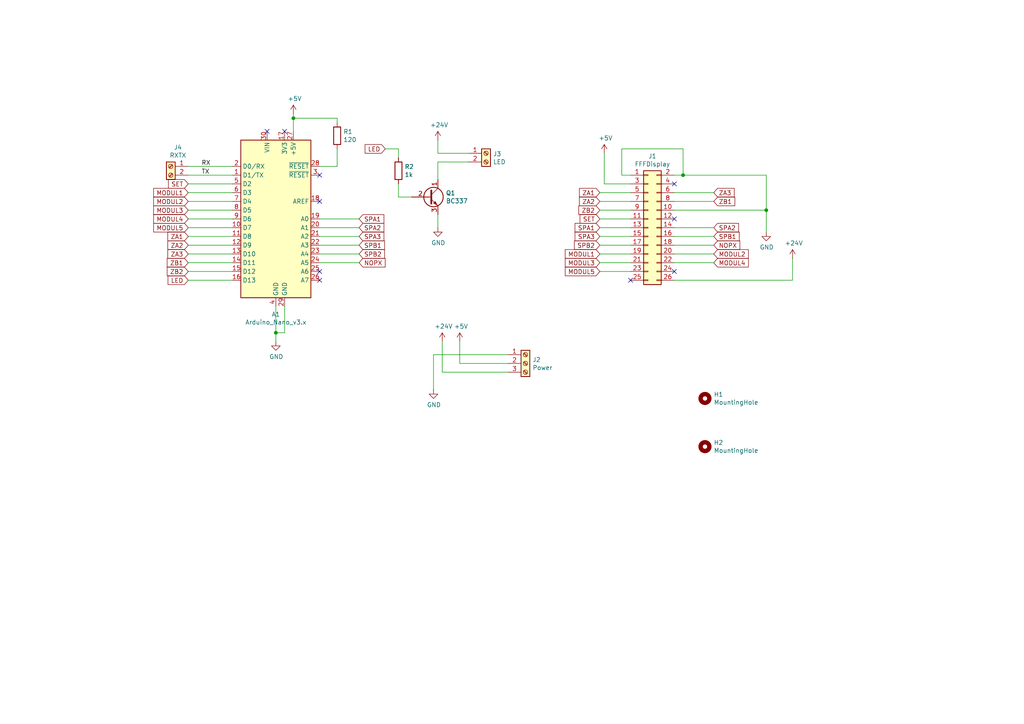
<source format=kicad_sch>
(kicad_sch (version 20231120) (generator "eeschema") (generator_version "8.0")
  (paper "A4")
  (lib_symbols
    (symbol "Connector:Screw_Terminal_01x02" (pin_names (offset 1.016) hide)
      (property "Reference" "J" (at 0 2.54 0))
      (property "Value" "Screw_Terminal_01x02" (at 0 -5.08 0))
      (symbol "Screw_Terminal_01x02_1_1"
        (rectangle (start -1.27 1.27) (end 1.27 -3.81) (stroke (width 0.254)) (fill (type background)))
        (circle (center 0 -2.54) (radius 0.635) (stroke (width 0.1524)))
        (polyline (pts (xy -0.5334 -2.2098) (xy 0.3302 -3.048)) (stroke (width 0.1524)))
        (polyline (pts (xy -0.5334 0.3302) (xy 0.3302 -0.508)) (stroke (width 0.1524)))
        (polyline (pts (xy -0.3556 -2.032) (xy 0.508 -2.8702)) (stroke (width 0.1524)))
        (polyline (pts (xy -0.3556 0.508) (xy 0.508 -0.3302)) (stroke (width 0.1524)))
        (circle (center 0 0) (radius 0.635) (stroke (width 0.1524)))
        (pin passive line (at -5.08 0 0) (length 3.81) (name "Pin_1") (number "1"))
        (pin passive line (at -5.08 -2.54 0) (length 3.81) (name "Pin_2") (number "2"))
      )
    )
    (symbol "Connector:Screw_Terminal_01x03" (pin_names (offset 1.016) hide)
      (property "Reference" "J" (at 0 5.08 0))
      (property "Value" "Screw_Terminal_01x03" (at 0 -5.08 0))
      (symbol "Screw_Terminal_01x03_1_1"
        (rectangle (start -1.27 3.81) (end 1.27 -3.81) (stroke (width 0.254)) (fill (type background)))
        (circle (center 0 -2.54) (radius 0.635) (stroke (width 0.1524)))
        (polyline (pts (xy -0.5334 -2.2098) (xy 0.3302 -3.048)) (stroke (width 0.1524)))
        (polyline (pts (xy -0.5334 0.3302) (xy 0.3302 -0.508)) (stroke (width 0.1524)))
        (polyline (pts (xy -0.5334 2.8702) (xy 0.3302 2.032)) (stroke (width 0.1524)))
        (polyline (pts (xy -0.3556 -2.032) (xy 0.508 -2.8702)) (stroke (width 0.1524)))
        (polyline (pts (xy -0.3556 0.508) (xy 0.508 -0.3302)) (stroke (width 0.1524)))
        (polyline (pts (xy -0.3556 3.048) (xy 0.508 2.2098)) (stroke (width 0.1524)))
        (circle (center 0 0) (radius 0.635) (stroke (width 0.1524)))
        (circle (center 0 2.54) (radius 0.635) (stroke (width 0.1524)))
        (pin passive line (at -5.08 2.54 0) (length 3.81) (name "Pin_1") (number "1"))
        (pin passive line (at -5.08 0 0) (length 3.81) (name "Pin_2") (number "2"))
        (pin passive line (at -5.08 -2.54 0) (length 3.81) (name "Pin_3") (number "3"))
      )
    )
    (symbol "Connector_Generic:Conn_02x13_Odd_Even" (pin_names (offset 1.016) hide)
      (property "Reference" "J" (at 1.27 17.78 0))
      (property "Value" "Conn_02x13_Odd_Even" (at 1.27 -17.78 0))
      (symbol "Conn_02x13_Odd_Even_1_1"
        (rectangle (start -1.27 -15.113) (end 0 -15.367) (stroke (width 0.1524)))
        (rectangle (start -1.27 -12.573) (end 0 -12.827) (stroke (width 0.1524)))
        (rectangle (start -1.27 -10.033) (end 0 -10.287) (stroke (width 0.1524)))
        (rectangle (start -1.27 -7.493) (end 0 -7.747) (stroke (width 0.1524)))
        (rectangle (start -1.27 -4.953) (end 0 -5.207) (stroke (width 0.1524)))
        (rectangle (start -1.27 -2.413) (end 0 -2.667) (stroke (width 0.1524)))
        (rectangle (start -1.27 0.127) (end 0 -0.127) (stroke (width 0.1524)))
        (rectangle (start -1.27 2.667) (end 0 2.413) (stroke (width 0.1524)))
        (rectangle (start -1.27 5.207) (end 0 4.953) (stroke (width 0.1524)))
        (rectangle (start -1.27 7.747) (end 0 7.493) (stroke (width 0.1524)))
        (rectangle (start -1.27 10.287) (end 0 10.033) (stroke (width 0.1524)))
        (rectangle (start -1.27 12.827) (end 0 12.573) (stroke (width 0.1524)))
        (rectangle (start -1.27 15.367) (end 0 15.113) (stroke (width 0.1524)))
        (rectangle (start -1.27 16.51) (end 3.81 -16.51) (stroke (width 0.254)) (fill (type background)))
        (rectangle (start 3.81 -15.113) (end 2.54 -15.367) (stroke (width 0.1524)))
        (rectangle (start 3.81 -12.573) (end 2.54 -12.827) (stroke (width 0.1524)))
        (rectangle (start 3.81 -10.033) (end 2.54 -10.287) (stroke (width 0.1524)))
        (rectangle (start 3.81 -7.493) (end 2.54 -7.747) (stroke (width 0.1524)))
        (rectangle (start 3.81 -4.953) (end 2.54 -5.207) (stroke (width 0.1524)))
        (rectangle (start 3.81 -2.413) (end 2.54 -2.667) (stroke (width 0.1524)))
        (rectangle (start 3.81 0.127) (end 2.54 -0.127) (stroke (width 0.1524)))
        (rectangle (start 3.81 2.667) (end 2.54 2.413) (stroke (width 0.1524)))
        (rectangle (start 3.81 5.207) (end 2.54 4.953) (stroke (width 0.1524)))
        (rectangle (start 3.81 7.747) (end 2.54 7.493) (stroke (width 0.1524)))
        (rectangle (start 3.81 10.287) (end 2.54 10.033) (stroke (width 0.1524)))
        (rectangle (start 3.81 12.827) (end 2.54 12.573) (stroke (width 0.1524)))
        (rectangle (start 3.81 15.367) (end 2.54 15.113) (stroke (width 0.1524)))
        (pin passive line (at -5.08 15.24 0) (length 3.81) (name "Pin_1") (number "1"))
        (pin passive line (at 7.62 5.08 180) (length 3.81) (name "Pin_10") (number "10"))
        (pin passive line (at -5.08 2.54 0) (length 3.81) (name "Pin_11") (number "11"))
        (pin passive line (at 7.62 2.54 180) (length 3.81) (name "Pin_12") (number "12"))
        (pin passive line (at -5.08 0 0) (length 3.81) (name "Pin_13") (number "13"))
        (pin passive line (at 7.62 0 180) (length 3.81) (name "Pin_14") (number "14"))
        (pin passive line (at -5.08 -2.54 0) (length 3.81) (name "Pin_15") (number "15"))
        (pin passive line (at 7.62 -2.54 180) (length 3.81) (name "Pin_16") (number "16"))
        (pin passive line (at -5.08 -5.08 0) (length 3.81) (name "Pin_17") (number "17"))
        (pin passive line (at 7.62 -5.08 180) (length 3.81) (name "Pin_18") (number "18"))
        (pin passive line (at -5.08 -7.62 0) (length 3.81) (name "Pin_19") (number "19"))
        (pin passive line (at 7.62 15.24 180) (length 3.81) (name "Pin_2") (number "2"))
        (pin passive line (at 7.62 -7.62 180) (length 3.81) (name "Pin_20") (number "20"))
        (pin passive line (at -5.08 -10.16 0) (length 3.81) (name "Pin_21") (number "21"))
        (pin passive line (at 7.62 -10.16 180) (length 3.81) (name "Pin_22") (number "22"))
        (pin passive line (at -5.08 -12.7 0) (length 3.81) (name "Pin_23") (number "23"))
        (pin passive line (at 7.62 -12.7 180) (length 3.81) (name "Pin_24") (number "24"))
        (pin passive line (at -5.08 -15.24 0) (length 3.81) (name "Pin_25") (number "25"))
        (pin passive line (at 7.62 -15.24 180) (length 3.81) (name "Pin_26") (number "26"))
        (pin passive line (at -5.08 12.7 0) (length 3.81) (name "Pin_3") (number "3"))
        (pin passive line (at 7.62 12.7 180) (length 3.81) (name "Pin_4") (number "4"))
        (pin passive line (at -5.08 10.16 0) (length 3.81) (name "Pin_5") (number "5"))
        (pin passive line (at 7.62 10.16 180) (length 3.81) (name "Pin_6") (number "6"))
        (pin passive line (at -5.08 7.62 0) (length 3.81) (name "Pin_7") (number "7"))
        (pin passive line (at 7.62 7.62 180) (length 3.81) (name "Pin_8") (number "8"))
        (pin passive line (at -5.08 5.08 0) (length 3.81) (name "Pin_9") (number "9"))
      )
    )
    (symbol "Device:R" (pin_numbers hide) (pin_names (offset 0))
      (property "Reference" "R" (at 2.032 0 90))
      (property "Value" "R" (at 0 0 90))
      (symbol "R_0_1"
        (rectangle (start -1.016 -2.54) (end 1.016 2.54) (stroke (width 0.254)))
      )
      (symbol "R_1_1"
        (pin passive line (at 0 3.81 270) (length 1.27) (name "~") (number "1"))
        (pin passive line (at 0 -3.81 90) (length 1.27) (name "~") (number "2"))
      )
    )
    (symbol "MCU_Module:Arduino_Nano_v3.x"
      (property "Reference" "A" (at -10.16 23.495 0))
      (property "Value" "Arduino_Nano_v3.x" (at 5.08 -24.13 0))
      (symbol "Arduino_Nano_v3.x_0_1"
        (rectangle (start -10.16 22.86) (end 10.16 -22.86) (stroke (width 0.254)) (fill (type background)))
      )
      (symbol "Arduino_Nano_v3.x_1_1"
        (pin bidirectional line (at -12.7 12.7 0) (length 2.54) (name "D1/TX") (number "1"))
        (pin bidirectional line (at -12.7 -2.54 0) (length 2.54) (name "D7") (number "10"))
        (pin bidirectional line (at -12.7 -5.08 0) (length 2.54) (name "D8") (number "11"))
        (pin bidirectional line (at -12.7 -7.62 0) (length 2.54) (name "D9") (number "12"))
        (pin bidirectional line (at -12.7 -10.16 0) (length 2.54) (name "D10") (number "13"))
        (pin bidirectional line (at -12.7 -12.7 0) (length 2.54) (name "D11") (number "14"))
        (pin bidirectional line (at -12.7 -15.24 0) (length 2.54) (name "D12") (number "15"))
        (pin bidirectional line (at -12.7 -17.78 0) (length 2.54) (name "D13") (number "16"))
        (pin power_out line (at 2.54 25.4 270) (length 2.54) (name "3V3") (number "17"))
        (pin input line (at 12.7 5.08 180) (length 2.54) (name "AREF") (number "18"))
        (pin bidirectional line (at 12.7 0 180) (length 2.54) (name "A0") (number "19"))
        (pin bidirectional line (at -12.7 15.24 0) (length 2.54) (name "D0/RX") (number "2"))
        (pin bidirectional line (at 12.7 -2.54 180) (length 2.54) (name "A1") (number "20"))
        (pin bidirectional line (at 12.7 -5.08 180) (length 2.54) (name "A2") (number "21"))
        (pin bidirectional line (at 12.7 -7.62 180) (length 2.54) (name "A3") (number "22"))
        (pin bidirectional line (at 12.7 -10.16 180) (length 2.54) (name "A4") (number "23"))
        (pin bidirectional line (at 12.7 -12.7 180) (length 2.54) (name "A5") (number "24"))
        (pin bidirectional line (at 12.7 -15.24 180) (length 2.54) (name "A6") (number "25"))
        (pin bidirectional line (at 12.7 -17.78 180) (length 2.54) (name "A7") (number "26"))
        (pin power_out line (at 5.08 25.4 270) (length 2.54) (name "+5V") (number "27"))
        (pin input line (at 12.7 15.24 180) (length 2.54) (name "~{RESET}") (number "28"))
        (pin power_in line (at 2.54 -25.4 90) (length 2.54) (name "GND") (number "29"))
        (pin input line (at 12.7 12.7 180) (length 2.54) (name "~{RESET}") (number "3"))
        (pin power_in line (at -2.54 25.4 270) (length 2.54) (name "VIN") (number "30"))
        (pin power_in line (at 0 -25.4 90) (length 2.54) (name "GND") (number "4"))
        (pin bidirectional line (at -12.7 10.16 0) (length 2.54) (name "D2") (number "5"))
        (pin bidirectional line (at -12.7 7.62 0) (length 2.54) (name "D3") (number "6"))
        (pin bidirectional line (at -12.7 5.08 0) (length 2.54) (name "D4") (number "7"))
        (pin bidirectional line (at -12.7 2.54 0) (length 2.54) (name "D5") (number "8"))
        (pin bidirectional line (at -12.7 0 0) (length 2.54) (name "D6") (number "9"))
      )
    )
    (symbol "Mechanical:MountingHole" (pin_names (offset 1.016)) (exclude_from_sim yes) (in_bom no)
      (property "Reference" "H" (at 0 5.08 0))
      (property "Value" "MountingHole" (at 0 3.175 0))
      (symbol "MountingHole_0_1"
        (circle (center 0 0) (radius 1.27) (stroke (width 1.27)))
      )
    )
    (symbol "Transistor_BJT:BC337" (pin_names (offset 0) hide)
      (property "Reference" "Q" (at 5.08 1.905 0))
      (property "Value" "BC337" (at 5.08 0 0))
      (symbol "BC337_0_1"
        (polyline (pts (xy 0 0) (xy 0.635 0)))
        (polyline (pts (xy 0.635 0.635) (xy 2.54 2.54)))
        (polyline (pts (xy 0.635 -0.635) (xy 2.54 -2.54) (xy 2.54 -2.54)))
        (polyline (pts (xy 0.635 1.905) (xy 0.635 -1.905) (xy 0.635 -1.905)) (stroke (width 0.508)))
        (polyline (pts (xy 1.27 -1.778) (xy 1.778 -1.27) (xy 2.286 -2.286) (xy 1.27 -1.778) (xy 1.27 -1.778)) (fill (type outline)))
        (circle (center 1.27 0) (radius 2.8194) (stroke (width 0.254)))
      )
      (symbol "BC337_1_1"
        (pin passive line (at 2.54 5.08 270) (length 2.54) (name "C") (number "1"))
        (pin input line (at -5.08 0 0) (length 5.08) (name "B") (number "2"))
        (pin passive line (at 2.54 -5.08 90) (length 2.54) (name "E") (number "3"))
      )
    )
    (symbol "power:+24V" (power) (pin_numbers hide) (pin_names (offset 0) hide)
      (property "Value" "+24V" (at 0 3.556 0))
      (symbol "+24V_0_1"
        (polyline (pts (xy -0.762 1.27) (xy 0 2.54)))
        (polyline (pts (xy 0 0) (xy 0 2.54)))
        (polyline (pts (xy 0 2.54) (xy 0.762 1.27)))
      )
      (symbol "+24V_1_1"
        (pin power_in line (at 0 0 90) (length 0) (name "~") (number "1"))
      )
    )
    (symbol "power:+5V" (power) (pin_numbers hide) (pin_names (offset 0) hide)
      (property "Value" "+5V" (at 0 3.556 0))
      (symbol "+5V_0_1"
        (polyline (pts (xy -0.762 1.27) (xy 0 2.54)))
        (polyline (pts (xy 0 0) (xy 0 2.54)))
        (polyline (pts (xy 0 2.54) (xy 0.762 1.27)))
      )
      (symbol "+5V_1_1"
        (pin power_in line (at 0 0 90) (length 0) (name "~") (number "1"))
      )
    )
    (symbol "power:GND" (power) (pin_numbers hide) (pin_names (offset 0) hide)
      (property "Value" "GND" (at 0 -3.81 0))
      (symbol "GND_0_1"
        (polyline (pts (xy 0 0) (xy 0 -1.27) (xy 1.27 -1.27) (xy 0 -2.54) (xy -1.27 -1.27) (xy 0 -1.27)))
      )
      (symbol "GND_1_1"
        (pin power_in line (at 0 0 270) (length 0) (name "~") (number "1"))
      )
    )
  )
  (junction (at 80.01 96.52))
  (junction (at 198.12 50.8))
  (junction (at 222.25 60.96))
  (junction (at 85.09 34.29))
  (no_connect (at 82.55 38.1))
  (no_connect (at 195.58 78.74))
  (no_connect (at 77.47 38.1))
  (no_connect (at 92.71 81.28))
  (no_connect (at 92.71 58.42))
  (no_connect (at 195.58 63.5))
  (no_connect (at 182.88 81.28))
  (no_connect (at 195.58 53.34))
  (no_connect (at 92.71 78.74))
  (no_connect (at 92.71 50.8))
  (wire (pts (xy 127 62.23) (xy 127 66.04)))
  (wire (pts (xy 97.79 34.29) (xy 85.09 34.29)))
  (wire (pts (xy 67.31 58.42) (xy 54.61 58.42)))
  (wire (pts (xy 54.61 50.8) (xy 67.31 50.8)))
  (wire (pts (xy 67.31 76.2) (xy 54.61 76.2)))
  (wire (pts (xy 128.27 107.95) (xy 128.27 99.06)))
  (wire (pts (xy 85.09 34.29) (xy 85.09 33.02)))
  (wire (pts (xy 104.14 68.58) (xy 92.71 68.58)))
  (wire (pts (xy 229.87 74.93) (xy 229.87 81.28)))
  (wire (pts (xy 173.99 71.12) (xy 182.88 71.12)))
  (wire (pts (xy 182.88 73.66) (xy 173.99 73.66)))
  (wire (pts (xy 92.71 73.66) (xy 104.14 73.66)))
  (wire (pts (xy 128.27 107.95) (xy 147.32 107.95)))
  (wire (pts (xy 67.31 53.34) (xy 54.61 53.34)))
  (wire (pts (xy 207.01 73.66) (xy 195.58 73.66)))
  (wire (pts (xy 195.58 60.96) (xy 222.25 60.96)))
  (wire (pts (xy 67.31 60.96) (xy 54.61 60.96)))
  (wire (pts (xy 115.57 53.34) (xy 115.57 57.15)))
  (wire (pts (xy 67.31 66.04) (xy 54.61 66.04)))
  (wire (pts (xy 82.55 88.9) (xy 82.55 96.52)))
  (wire (pts (xy 182.88 63.5) (xy 173.99 63.5)))
  (wire (pts (xy 182.88 58.42) (xy 173.99 58.42)))
  (wire (pts (xy 97.79 43.18) (xy 97.79 48.26)))
  (wire (pts (xy 80.01 96.52) (xy 80.01 88.9)))
  (wire (pts (xy 67.31 48.26) (xy 54.61 48.26)))
  (wire (pts (xy 67.31 78.74) (xy 54.61 78.74)))
  (wire (pts (xy 67.31 73.66) (xy 54.61 73.66)))
  (wire (pts (xy 173.99 55.88) (xy 182.88 55.88)))
  (wire (pts (xy 67.31 68.58) (xy 54.61 68.58)))
  (wire (pts (xy 104.14 66.04) (xy 92.71 66.04)))
  (wire (pts (xy 67.31 71.12) (xy 54.61 71.12)))
  (wire (pts (xy 104.14 76.2) (xy 92.71 76.2)))
  (wire (pts (xy 115.57 43.18) (xy 115.57 45.72)))
  (wire (pts (xy 222.25 60.96) (xy 222.25 67.31)))
  (wire (pts (xy 67.31 81.28) (xy 54.61 81.28)))
  (wire (pts (xy 207.01 76.2) (xy 195.58 76.2)))
  (wire (pts (xy 104.14 63.5) (xy 92.71 63.5)))
  (wire (pts (xy 182.88 78.74) (xy 173.99 78.74)))
  (wire (pts (xy 222.25 50.8) (xy 222.25 60.96)))
  (wire (pts (xy 195.58 58.42) (xy 207.01 58.42)))
  (wire (pts (xy 111.76 43.18) (xy 115.57 43.18)))
  (wire (pts (xy 125.73 102.87) (xy 125.73 113.03)))
  (wire (pts (xy 127 44.45) (xy 135.89 44.45)))
  (wire (pts (xy 127 46.99) (xy 135.89 46.99)))
  (wire (pts (xy 67.31 55.88) (xy 54.61 55.88)))
  (wire (pts (xy 97.79 35.56) (xy 97.79 34.29)))
  (wire (pts (xy 82.55 96.52) (xy 80.01 96.52)))
  (wire (pts (xy 173.99 60.96) (xy 182.88 60.96)))
  (wire (pts (xy 180.34 43.18) (xy 198.12 43.18)))
  (wire (pts (xy 97.79 48.26) (xy 92.71 48.26)))
  (wire (pts (xy 229.87 81.28) (xy 195.58 81.28)))
  (wire (pts (xy 207.01 66.04) (xy 195.58 66.04)))
  (wire (pts (xy 198.12 50.8) (xy 222.25 50.8)))
  (wire (pts (xy 173.99 76.2) (xy 182.88 76.2)))
  (wire (pts (xy 80.01 99.06) (xy 80.01 96.52)))
  (wire (pts (xy 173.99 66.04) (xy 182.88 66.04)))
  (wire (pts (xy 127 52.07) (xy 127 46.99)))
  (wire (pts (xy 147.32 105.41) (xy 133.35 105.41)))
  (wire (pts (xy 182.88 68.58) (xy 173.99 68.58)))
  (wire (pts (xy 198.12 43.18) (xy 198.12 50.8)))
  (wire (pts (xy 180.34 50.8) (xy 180.34 43.18)))
  (wire (pts (xy 67.31 63.5) (xy 54.61 63.5)))
  (wire (pts (xy 182.88 50.8) (xy 180.34 50.8)))
  (wire (pts (xy 207.01 68.58) (xy 195.58 68.58)))
  (wire (pts (xy 125.73 102.87) (xy 147.32 102.87)))
  (wire (pts (xy 207.01 55.88) (xy 195.58 55.88)))
  (wire (pts (xy 127 40.64) (xy 127 44.45)))
  (wire (pts (xy 198.12 50.8) (xy 195.58 50.8)))
  (wire (pts (xy 92.71 71.12) (xy 104.14 71.12)))
  (wire (pts (xy 207.01 71.12) (xy 195.58 71.12)))
  (wire (pts (xy 115.57 57.15) (xy 119.38 57.15)))
  (wire (pts (xy 175.26 53.34) (xy 182.88 53.34)))
  (wire (pts (xy 85.09 38.1) (xy 85.09 34.29)))
  (wire (pts (xy 175.26 44.45) (xy 175.26 53.34)))
  (wire (pts (xy 133.35 105.41) (xy 133.35 99.06)))
  (label "TX" (at 58.42 50.8 0))
  (label "RX" (at 58.42 48.26 0))
  (global_label "MODUL1" (shape input) (at 54.61 55.88 180) (property "Intersheetrefs" "${INTERSHEET_REFS}" (effects (hide yes))))
  (global_label "ZA1" (shape input) (at 173.99 55.88 180) (property "Intersheetrefs" "${INTERSHEET_REFS}" (effects (hide yes))))
  (global_label "MODUL3" (shape input) (at 54.61 60.96 180) (property "Intersheetrefs" "${INTERSHEET_REFS}" (effects (hide yes))))
  (global_label "SPA2" (shape input) (at 104.14 66.04 0) (property "Intersheetrefs" "${INTERSHEET_REFS}" (effects (hide yes))))
  (global_label "SPA1" (shape input) (at 104.14 63.5 0) (property "Intersheetrefs" "${INTERSHEET_REFS}" (effects (hide yes))))
  (global_label "MODUL1" (shape input) (at 173.99 73.66 180) (property "Intersheetrefs" "${INTERSHEET_REFS}" (effects (hide yes))))
  (global_label "MODUL2" (shape input) (at 207.01 73.66 0) (property "Intersheetrefs" "${INTERSHEET_REFS}" (effects (hide yes))))
  (global_label "NOPX" (shape input) (at 207.01 71.12 0) (property "Intersheetrefs" "${INTERSHEET_REFS}" (effects (hide yes))))
  (global_label "SET" (shape input) (at 54.61 53.34 180) (property "Intersheetrefs" "${INTERSHEET_REFS}" (effects (hide yes))))
  (global_label "SPB1" (shape input) (at 104.14 71.12 0) (property "Intersheetrefs" "${INTERSHEET_REFS}" (effects (hide yes))))
  (global_label "ZA3" (shape input) (at 207.01 55.88 0) (property "Intersheetrefs" "${INTERSHEET_REFS}" (effects (hide yes))))
  (global_label "LED" (shape input) (at 111.76 43.18 180) (property "Intersheetrefs" "${INTERSHEET_REFS}" (effects (hide yes))))
  (global_label "ZB1" (shape input) (at 54.61 76.2 180) (property "Intersheetrefs" "${INTERSHEET_REFS}" (effects (hide yes))))
  (global_label "ZA3" (shape input) (at 54.61 73.66 180) (property "Intersheetrefs" "${INTERSHEET_REFS}" (effects (hide yes))))
  (global_label "ZA2" (shape input) (at 54.61 71.12 180) (property "Intersheetrefs" "${INTERSHEET_REFS}" (effects (hide yes))))
  (global_label "ZB2" (shape input) (at 173.99 60.96 180) (property "Intersheetrefs" "${INTERSHEET_REFS}" (effects (hide yes))))
  (global_label "SPA1" (shape input) (at 173.99 66.04 180) (property "Intersheetrefs" "${INTERSHEET_REFS}" (effects (hide yes))))
  (global_label "MODUL4" (shape input) (at 207.01 76.2 0) (property "Intersheetrefs" "${INTERSHEET_REFS}" (effects (hide yes))))
  (global_label "MODUL4" (shape input) (at 54.61 63.5 180) (property "Intersheetrefs" "${INTERSHEET_REFS}" (effects (hide yes))))
  (global_label "MODUL5" (shape input) (at 173.99 78.74 180) (property "Intersheetrefs" "${INTERSHEET_REFS}" (effects (hide yes))))
  (global_label "NOPX" (shape input) (at 104.14 76.2 0) (property "Intersheetrefs" "${INTERSHEET_REFS}" (effects (hide yes))))
  (global_label "MODUL5" (shape input) (at 54.61 66.04 180) (property "Intersheetrefs" "${INTERSHEET_REFS}" (effects (hide yes))))
  (global_label "SPA3" (shape input) (at 104.14 68.58 0) (property "Intersheetrefs" "${INTERSHEET_REFS}" (effects (hide yes))))
  (global_label "ZA2" (shape input) (at 173.99 58.42 180) (property "Intersheetrefs" "${INTERSHEET_REFS}" (effects (hide yes))))
  (global_label "ZA1" (shape input) (at 54.61 68.58 180) (property "Intersheetrefs" "${INTERSHEET_REFS}" (effects (hide yes))))
  (global_label "SPB2" (shape input) (at 104.14 73.66 0) (property "Intersheetrefs" "${INTERSHEET_REFS}" (effects (hide yes))))
  (global_label "ZB1" (shape input) (at 207.01 58.42 0) (property "Intersheetrefs" "${INTERSHEET_REFS}" (effects (hide yes))))
  (global_label "SET" (shape input) (at 173.99 63.5 180) (property "Intersheetrefs" "${INTERSHEET_REFS}" (effects (hide yes))))
  (global_label "SPA2" (shape input) (at 207.01 66.04 0) (property "Intersheetrefs" "${INTERSHEET_REFS}" (effects (hide yes))))
  (global_label "ZB2" (shape input) (at 54.61 78.74 180) (property "Intersheetrefs" "${INTERSHEET_REFS}" (effects (hide yes))))
  (global_label "LED" (shape input) (at 54.61 81.28 180) (property "Intersheetrefs" "${INTERSHEET_REFS}" (effects (hide yes))))
  (global_label "SPB1" (shape input) (at 207.01 68.58 0) (property "Intersheetrefs" "${INTERSHEET_REFS}" (effects (hide yes))))
  (global_label "MODUL2" (shape input) (at 54.61 58.42 180) (property "Intersheetrefs" "${INTERSHEET_REFS}" (effects (hide yes))))
  (global_label "SPB2" (shape input) (at 173.99 71.12 180) (property "Intersheetrefs" "${INTERSHEET_REFS}" (effects (hide yes))))
  (global_label "MODUL3" (shape input) (at 173.99 76.2 180) (property "Intersheetrefs" "${INTERSHEET_REFS}" (effects (hide yes))))
  (global_label "SPA3" (shape input) (at 173.99 68.58 180) (property "Intersheetrefs" "${INTERSHEET_REFS}" (effects (hide yes))))
  (symbol (lib_id "MCU_Module:Arduino_Nano_v3.x") (at 80.01 63.5 0) (unit 1)
    (property "Reference" "A1" (at 80.01 91.1606 0))
    (property "Value" "Arduino_Nano_v3.x" (at 80.01 93.472 0))
    (property "Footprint" "Module:Arduino_Nano" (effects (hide yes)))
    (property "Datasheet" "http://www.mouser.com/pdfdocs/Gravitech_Arduino_Nano3_0.pdf" (effects (hide yes)))
  )
  (symbol (lib_id "Connector:Screw_Terminal_01x02") (at 140.97 44.45 0) (unit 1)
    (property "Reference" "J3" (at 143.002 44.6532 0) (effects (justify left)))
    (property "Value" "LED" (at 143.002 46.9646 0) (effects (justify left)))
    (property "Footprint" "Connector_Phoenix_MSTB:PhoenixContact_MSTBVA_2,5_2-G-5,08_1x02_P5.08mm_Vertical" (effects (hide yes)))
  )
  (symbol (lib_id "Connector_Generic:Conn_02x13_Odd_Even") (at 187.96 66.04 0) (unit 1)
    (property "Reference" "J1" (at 189.23 45.2882 0))
    (property "Value" "FFFDisplay" (at 189.23 47.5996 0))
    (property "Footprint" "Connector_PinHeader_2.54mm:PinHeader_2x13_P2.54mm_Horizontal" (effects (hide yes)))
  )
  (symbol (lib_id "Connector:Screw_Terminal_01x03") (at 152.4 105.41 0) (unit 1)
    (property "Reference" "J2" (at 154.432 104.3432 0) (effects (justify left)))
    (property "Value" "Power" (at 154.432 106.6546 0) (effects (justify left)))
    (property "Footprint" "Connector_Phoenix_MSTB:PhoenixContact_MSTBVA_2,5_3-G-5,08_1x03_P5.08mm_Vertical" (effects (hide yes)))
  )
  (symbol (lib_id "Connector:Screw_Terminal_01x02") (at 49.53 48.26 0) (mirror y) (unit 1)
    (property "Reference" "J4" (at 51.6128 42.7482 0))
    (property "Value" "RXTX" (at 51.6128 45.0596 0))
    (property "Footprint" "Connector_PinHeader_2.54mm:PinHeader_1x02_P2.54mm_Horizontal" (effects (hide yes)))
  )
  (symbol (lib_id "power:GND") (at 125.73 113.03 0) (unit 1)
    (property "Reference" "#PWR0103" (effects (hide yes)))
    (property "Value" "GND" (at 125.857 117.4242 0))
  )
  (symbol (lib_id "Mechanical:MountingHole") (at 204.47 115.57 0) (unit 1)
    (property "Reference" "H1" (at 207.01 114.4016 0) (effects (justify left)))
    (property "Value" "MountingHole" (at 207.01 116.713 0) (effects (justify left)))
    (property "Footprint" "MountingHole:MountingHole_3.2mm_M3" (effects (hide yes)))
  )
  (symbol (lib_id "Mechanical:MountingHole") (at 204.47 129.54 0) (unit 1)
    (property "Reference" "H2" (at 207.01 128.3716 0) (effects (justify left)))
    (property "Value" "MountingHole" (at 207.01 130.683 0) (effects (justify left)))
    (property "Footprint" "MountingHole:MountingHole_3mm" (effects (hide yes)))
  )
  (symbol (lib_id "power:GND") (at 127 66.04 0) (unit 1)
    (property "Reference" "#PWR0104" (effects (hide yes)))
    (property "Value" "GND" (at 127.127 70.4342 0))
  )
  (symbol (lib_id "power:GND") (at 80.01 99.06 0) (unit 1)
    (property "Reference" "#PWR0105" (effects (hide yes)))
    (property "Value" "GND" (at 80.137 103.4542 0))
  )
  (symbol (lib_id "power:GND") (at 222.25 67.31 0) (unit 1)
    (property "Reference" "#PWR0106" (effects (hide yes)))
    (property "Value" "GND" (at 222.377 71.7042 0))
  )
  (symbol (lib_id "power:+24V") (at 229.87 74.93 0) (unit 1)
    (property "Reference" "#PWR0107" (effects (hide yes)))
    (property "Value" "+24V" (at 230.251 70.5358 0))
  )
  (symbol (lib_id "power:+5V") (at 175.26 44.45 0) (unit 1)
    (property "Reference" "#PWR0108" (effects (hide yes)))
    (property "Value" "+5V" (at 175.641 40.0558 0))
  )
  (symbol (lib_id "power:+5V") (at 85.09 33.02 0) (unit 1)
    (property "Reference" "#PWR0109" (effects (hide yes)))
    (property "Value" "+5V" (at 85.471 28.6258 0))
  )
  (symbol (lib_id "power:+5V") (at 133.35 99.06 0) (unit 1)
    (property "Reference" "#PWR0102" (effects (hide yes)))
    (property "Value" "+5V" (at 133.731 94.6658 0))
  )
  (symbol (lib_id "power:+24V") (at 128.27 99.06 0) (unit 1)
    (property "Reference" "#PWR0101" (effects (hide yes)))
    (property "Value" "+24V" (at 128.651 94.6658 0))
  )
  (symbol (lib_id "Device:R") (at 97.79 39.37 0) (unit 1)
    (property "Reference" "R1" (at 99.568 38.2016 0) (effects (justify left)))
    (property "Value" "120" (at 99.568 40.513 0) (effects (justify left)))
    (property "Footprint" "Resistor_THT:R_Axial_DIN0204_L3.6mm_D1.6mm_P2.54mm_Vertical" (effects (hide yes)))
  )
  (symbol (lib_id "Transistor_BJT:BC337") (at 124.46 57.15 0) (unit 1)
    (property "Reference" "Q1" (at 129.3114 55.9816 0) (effects (justify left)))
    (property "Value" "BC337" (at 129.3114 58.293 0) (effects (justify left)))
    (property "Footprint" "Package_TO_SOT_THT:TO-92_Wide" (effects (hide yes)))
    (property "Datasheet" "https://diotec.com/tl_files/diotec/files/pdf/datasheets/bc337.pdf" (effects (hide yes)))
  )
  (symbol (lib_id "power:+24V") (at 127 40.64 0) (unit 1)
    (property "Reference" "#PWR0110" (effects (hide yes)))
    (property "Value" "+24V" (at 127.381 36.2458 0))
  )
  (symbol (lib_id "Device:R") (at 115.57 49.53 0) (unit 1)
    (property "Reference" "R2" (at 117.348 48.3616 0) (effects (justify left)))
    (property "Value" "1k" (at 117.348 50.673 0) (effects (justify left)))
    (property "Footprint" "Resistor_THT:R_Axial_DIN0207_L6.3mm_D2.5mm_P10.16mm_Horizontal" (effects (hide yes)))
  )
)
</source>
